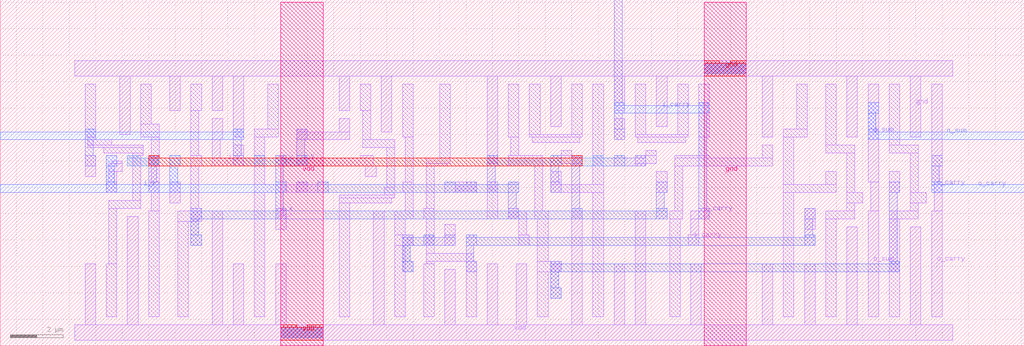
<source format=lef>
VERSION 5.3 ;
   NAMESCASESENSITIVE ON ;
   NOWIREEXTENSIONATPIN ON ;
   DIVIDERCHAR "/" ;
   BUSBITCHARS "[]" ;
UNITS
   DATABASE MICRONS 1000 ;
END UNITS

MACRO full_adder
   CLASS BLOCK ;
   FOREIGN full_adder ;
   ORIGIN 2.6000 -0.0000 ;
   SIZE 38.7000 BY 13.1000 ;
   PIN vdd
      PORT
         LAYER metal1 ;
	    RECT 0.6000 0.8000 1.0000 3.1000 ;
	    RECT 2.2000 0.8000 2.6000 4.9000 ;
	    RECT 5.4000 0.8000 5.8000 5.1000 ;
	    RECT 6.2000 0.8000 6.6000 3.1000 ;
	    RECT 7.8000 0.8000 8.2000 3.1000 ;
	    RECT 11.5000 0.8000 11.9000 5.1000 ;
	    RECT 14.2000 0.8000 14.6000 2.9000 ;
	    RECT 15.8000 0.8000 16.2000 3.1000 ;
	    RECT 16.9000 0.8000 17.3000 3.1000 ;
	    RECT 19.0000 0.8000 19.4000 5.1000 ;
	    RECT 20.6000 0.8000 21.0000 3.1000 ;
	    RECT 21.4000 0.8000 21.8000 5.1000 ;
	    RECT 23.5000 0.8000 23.9000 3.1000 ;
	    RECT 26.2000 0.8000 26.6000 3.1000 ;
	    RECT 27.8000 0.8000 28.2000 3.1000 ;
	    RECT 29.4000 0.8000 29.8000 4.5000 ;
	    RECT 31.8000 0.8000 32.2000 4.5000 ;
	    RECT 0.2000 0.2000 33.4000 0.8000 ;
         LAYER metal2 ;
	    RECT 8.0000 0.3000 9.6000 0.7000 ;
         LAYER metal3 ;
	    RECT 8.0000 0.3000 9.6000 0.7000 ;
         LAYER metal4 ;
	    RECT 8.0000 0.3000 9.6000 0.7000 ;
         LAYER metal5 ;
	    RECT 8.0000 0.7000 8.6000 0.8000 ;
	    RECT 9.0000 0.7000 9.6000 0.8000 ;
	    RECT 8.0000 0.2000 9.6000 0.7000 ;
         LAYER metal6 ;
	    RECT 8.0000 0.0000 9.6000 13.0000 ;
      END
   END vdd
   PIN gnd
      PORT
         LAYER metal1 ;
	    RECT 0.2000 10.2000 33.4000 10.8000 ;
	    RECT 1.9000 8.0000 2.3000 10.2000 ;
	    RECT 3.8000 8.9000 4.2000 10.2000 ;
	    RECT 5.4000 8.9000 5.8000 10.2000 ;
	    RECT 6.2000 7.9000 6.6000 10.2000 ;
	    RECT 10.2000 8.9000 10.6000 10.2000 ;
	    RECT 11.8000 8.1000 12.2000 10.2000 ;
	    RECT 15.8000 6.9000 16.2000 10.2000 ;
	    RECT 18.2000 8.3000 18.6000 10.2000 ;
	    RECT 20.6000 8.9000 21.0000 10.2000 ;
	    RECT 22.2000 8.3000 22.6000 10.2000 ;
	    RECT 26.2000 7.9000 26.6000 10.2000 ;
	    RECT 29.4000 7.9000 29.8000 10.2000 ;
	    RECT 31.8000 7.9000 32.2000 10.2000 ;
         LAYER metal2 ;
	    RECT 24.0000 10.3000 25.6000 10.7000 ;
         LAYER metal3 ;
	    RECT 24.0000 10.3000 25.6000 10.7000 ;
         LAYER metal4 ;
	    RECT 24.0000 10.3000 25.6000 10.7000 ;
         LAYER metal5 ;
	    RECT 24.0000 10.7000 24.6000 10.8000 ;
	    RECT 25.0000 10.7000 25.6000 10.8000 ;
	    RECT 24.0000 10.2000 25.6000 10.7000 ;
         LAYER metal6 ;
	    RECT 24.0000 0.0000 25.6000 13.0000 ;
      END
   END gnd
   PIN i_x
      PORT
         LAYER metal1 ;
	    RECT 7.8000 7.1000 8.2000 7.2000 ;
	    RECT 11.0000 7.1000 11.5000 7.2000 ;
	    RECT 1.6000 6.9000 2.0000 7.0000 ;
	    RECT 1.5000 6.6000 2.0000 6.9000 ;
	    RECT 7.8000 6.8000 11.5000 7.1000 ;
	    RECT 1.5000 6.2000 1.8000 6.6000 ;
	    RECT 11.2000 6.4000 11.6000 6.8000 ;
	    RECT 1.4000 5.8000 1.8000 6.2000 ;
	    RECT 3.8000 5.4000 4.2000 6.2000 ;
	    RECT 7.8000 4.4000 8.2000 5.2000 ;
         LAYER metal2 ;
	    RECT 1.4000 6.8000 1.8000 7.2000 ;
	    RECT 3.8000 6.8000 4.2000 7.2000 ;
	    RECT 7.8000 6.8000 8.2000 7.2000 ;
	    RECT 1.4000 6.2000 1.7000 6.8000 ;
	    RECT 3.8000 6.2000 4.1000 6.8000 ;
	    RECT 7.8000 6.2000 8.1000 6.8000 ;
	    RECT 1.4000 5.8000 1.8000 6.2000 ;
	    RECT 3.8000 5.8000 4.2000 6.2000 ;
	    RECT 7.8000 5.8000 8.2000 6.2000 ;
	    RECT 7.8000 5.2000 8.1000 5.8000 ;
	    RECT 7.8000 4.8000 8.2000 5.2000 ;
         LAYER metal3 ;
	    RECT 1.4000 6.8000 1.8000 7.2000 ;
	    RECT 3.8000 6.8000 4.2000 7.2000 ;
	    RECT 1.4000 6.1000 1.7000 6.8000 ;
	    RECT 3.8000 6.1000 4.1000 6.8000 ;
	    RECT 7.8000 6.1000 8.2000 6.2000 ;
	    RECT -2.6000 5.8000 8.2000 6.1000 ;
      END
   END i_x
   PIN i_y
      PORT
         LAYER metal1 ;
	    RECT 5.4000 7.8000 5.8000 8.6000 ;
	    RECT 8.6000 8.1000 9.0000 8.2000 ;
	    RECT 10.2000 8.1000 10.6000 8.6000 ;
	    RECT 8.6000 7.8000 10.6000 8.1000 ;
	    RECT 0.6000 6.4000 1.0000 7.2000 ;
	    RECT 5.4000 7.1000 5.7000 7.8000 ;
	    RECT 6.2000 7.1000 6.6000 7.6000 ;
	    RECT 5.4000 6.8000 6.6000 7.1000 ;
         LAYER metal2 ;
	    RECT 0.6000 7.8000 1.0000 8.2000 ;
	    RECT 6.2000 7.8000 6.6000 8.2000 ;
	    RECT 8.6000 7.8000 9.0000 8.2000 ;
	    RECT 0.6000 7.2000 0.9000 7.8000 ;
	    RECT 6.2000 7.2000 6.5000 7.8000 ;
	    RECT 8.6000 7.2000 8.9000 7.8000 ;
	    RECT 0.6000 6.8000 1.0000 7.2000 ;
	    RECT 6.2000 7.1000 6.6000 7.2000 ;
	    RECT 7.0000 7.1000 7.4000 7.2000 ;
	    RECT 6.2000 6.8000 7.4000 7.1000 ;
	    RECT 8.6000 6.8000 9.0000 7.2000 ;
         LAYER metal3 ;
	    RECT 0.6000 8.1000 1.0000 8.2000 ;
	    RECT 6.2000 8.1000 6.6000 8.2000 ;
	    RECT -2.6000 7.8000 6.6000 8.1000 ;
	    RECT 7.0000 7.1000 7.4000 7.2000 ;
	    RECT 8.6000 7.1000 9.0000 7.2000 ;
	    RECT 7.0000 6.8000 9.0000 7.1000 ;
      END
   END i_y
   PIN i_carry
      PORT
         LAYER metal1 ;
	    RECT 20.6000 7.8000 21.0000 8.6000 ;
	    RECT 23.8000 5.1000 24.2000 5.2000 ;
	    RECT 23.5000 4.8000 24.2000 5.1000 ;
	    RECT 23.5000 4.2000 23.8000 4.8000 ;
	    RECT 23.4000 3.8000 23.8000 4.2000 ;
         LAYER metal2 ;
	    RECT 20.6000 9.2000 20.9000 13.1000 ;
	    RECT 20.6000 8.8000 21.0000 9.2000 ;
	    RECT 23.8000 8.8000 24.2000 9.2000 ;
	    RECT 20.6000 8.2000 20.9000 8.8000 ;
	    RECT 20.6000 7.8000 21.0000 8.2000 ;
	    RECT 23.8000 5.2000 24.1000 8.8000 ;
	    RECT 23.8000 4.8000 24.2000 5.2000 ;
         LAYER metal3 ;
	    RECT 20.6000 9.1000 21.0000 9.2000 ;
	    RECT 23.8000 9.1000 24.2000 9.2000 ;
	    RECT 20.6000 8.8000 24.2000 9.1000 ;
      END
   END i_carry
   PIN o_sum
      PORT
         LAYER metal1 ;
	    RECT 30.2000 6.2000 30.6000 9.9000 ;
	    RECT 30.3000 5.1000 30.6000 6.2000 ;
	    RECT 30.2000 1.1000 30.6000 5.1000 ;
         LAYER metal2 ;
	    RECT 30.2000 8.8000 30.6000 9.2000 ;
	    RECT 30.2000 8.2000 30.5000 8.8000 ;
	    RECT 30.2000 7.8000 30.6000 8.2000 ;
         LAYER metal3 ;
	    RECT 30.2000 8.8000 30.6000 9.2000 ;
	    RECT 30.2000 8.1000 30.5000 8.8000 ;
	    RECT 30.2000 7.8000 36.1000 8.1000 ;
      END
   END o_sum
   PIN o_carry
      PORT
         LAYER metal1 ;
	    RECT 32.6000 6.2000 33.0000 9.9000 ;
	    RECT 32.7000 5.1000 33.0000 6.2000 ;
	    RECT 32.6000 1.1000 33.0000 5.1000 ;
         LAYER metal2 ;
	    RECT 32.6000 6.8000 33.0000 7.2000 ;
	    RECT 32.6000 6.2000 32.9000 6.8000 ;
	    RECT 32.6000 5.8000 33.0000 6.2000 ;
         LAYER metal3 ;
	    RECT 32.6000 6.1000 33.0000 6.2000 ;
	    RECT 32.6000 5.8000 36.1000 6.1000 ;
      END
   END o_carry
   OBS
         LAYER metal1 ;
	    RECT 0.6000 7.9000 1.0000 9.9000 ;
	    RECT 2.7000 8.4000 3.1000 9.9000 ;
	    RECT 4.6000 8.9000 5.0000 9.9000 ;
	    RECT 2.7000 7.9000 3.4000 8.4000 ;
	    RECT 0.7000 7.8000 1.0000 7.9000 ;
	    RECT 0.7000 7.6000 1.6000 7.8000 ;
	    RECT 0.7000 7.5000 2.8000 7.6000 ;
	    RECT 1.3000 7.3000 2.8000 7.5000 ;
	    RECT 2.4000 7.2000 2.8000 7.3000 ;
	    RECT 2.4000 5.5000 2.7000 7.2000 ;
	    RECT 3.1000 6.2000 3.4000 7.9000 ;
	    RECT 3.0000 5.8000 3.4000 6.2000 ;
	    RECT 1.5000 5.2000 2.7000 5.5000 ;
	    RECT 1.5000 3.1000 1.8000 5.2000 ;
	    RECT 3.1000 5.1000 3.4000 5.8000 ;
	    RECT 4.6000 7.2000 4.9000 8.9000 ;
	    RECT 7.5000 8.2000 7.9000 9.9000 ;
	    RECT 11.0000 8.9000 11.4000 9.9000 ;
	    RECT 7.0000 7.9000 7.9000 8.2000 ;
	    RECT 4.6000 6.8000 5.0000 7.2000 ;
	    RECT 4.6000 5.2000 4.9000 6.8000 ;
	    RECT 7.0000 6.1000 7.4000 7.9000 ;
	    RECT 11.1000 7.8000 11.4000 8.9000 ;
	    RECT 12.6000 7.9000 13.0000 9.9000 ;
	    RECT 11.1000 7.5000 12.3000 7.8000 ;
	    RECT 8.6000 6.1000 9.0000 6.2000 ;
	    RECT 7.0000 5.8000 9.0000 6.1000 ;
	    RECT 12.0000 6.0000 12.3000 7.5000 ;
	    RECT 12.7000 6.2000 13.0000 7.9000 ;
	    RECT 14.0000 7.1000 14.4000 9.9000 ;
	    RECT 16.6000 7.9000 17.0000 9.9000 ;
	    RECT 17.4000 8.0000 17.8000 9.9000 ;
	    RECT 19.0000 8.0000 19.4000 9.9000 ;
	    RECT 17.4000 7.9000 19.4000 8.0000 ;
	    RECT 16.7000 7.2000 17.0000 7.9000 ;
	    RECT 17.5000 7.7000 19.3000 7.9000 ;
	    RECT 18.6000 7.2000 19.0000 7.4000 ;
	    RECT 4.6000 5.1000 5.0000 5.2000 ;
	    RECT 1.4000 1.1000 1.8000 3.1000 ;
	    RECT 3.0000 1.1000 3.4000 5.1000 ;
	    RECT 4.1000 4.7000 5.0000 5.1000 ;
	    RECT 4.1000 1.1000 4.5000 4.7000 ;
	    RECT 7.0000 1.1000 7.4000 5.8000 ;
	    RECT 11.9000 5.7000 12.3000 6.0000 ;
	    RECT 12.6000 5.8000 13.0000 6.2000 ;
	    RECT 10.2000 5.6000 12.3000 5.7000 ;
	    RECT 10.2000 5.4000 12.2000 5.6000 ;
	    RECT 10.2000 1.1000 10.6000 5.4000 ;
	    RECT 12.7000 5.1000 13.0000 5.8000 ;
	    RECT 13.5000 6.9000 14.4000 7.1000 ;
	    RECT 13.5000 6.8000 14.3000 6.9000 ;
	    RECT 16.6000 6.8000 17.9000 7.2000 ;
	    RECT 18.6000 6.9000 19.4000 7.2000 ;
	    RECT 19.0000 6.8000 19.4000 6.9000 ;
	    RECT 13.5000 5.2000 13.8000 6.8000 ;
	    RECT 14.6000 5.8000 15.4000 6.2000 ;
	    RECT 12.3000 4.8000 13.0000 5.1000 ;
	    RECT 13.4000 4.8000 13.8000 5.2000 ;
	    RECT 15.8000 4.8000 16.2000 6.2000 ;
	    RECT 16.6000 5.1000 17.0000 5.2000 ;
	    RECT 17.6000 5.1000 17.9000 6.8000 ;
	    RECT 18.2000 6.1000 18.6000 6.6000 ;
	    RECT 19.8000 6.1000 20.2000 9.9000 ;
	    RECT 21.4000 8.0000 21.8000 9.9000 ;
	    RECT 23.0000 8.0000 23.4000 9.9000 ;
	    RECT 21.4000 7.9000 23.4000 8.0000 ;
	    RECT 23.8000 7.9000 24.2000 9.9000 ;
	    RECT 27.5000 8.2000 27.9000 9.9000 ;
	    RECT 27.0000 7.9000 27.9000 8.2000 ;
	    RECT 21.5000 7.7000 23.3000 7.9000 ;
	    RECT 21.8000 7.2000 22.2000 7.4000 ;
	    RECT 23.8000 7.2000 24.1000 7.9000 ;
	    RECT 21.4000 6.9000 22.2000 7.2000 ;
	    RECT 22.9000 7.1000 24.2000 7.2000 ;
	    RECT 26.2000 7.1000 26.6000 7.6000 ;
	    RECT 21.4000 6.8000 21.8000 6.9000 ;
	    RECT 22.9000 6.8000 26.6000 7.1000 ;
	    RECT 18.2000 5.8000 20.2000 6.1000 ;
	    RECT 22.2000 5.8000 22.6000 6.6000 ;
	    RECT 16.6000 4.8000 17.3000 5.1000 ;
	    RECT 17.6000 4.8000 18.1000 5.1000 ;
	    RECT 12.3000 4.2000 12.7000 4.8000 ;
	    RECT 12.3000 3.8000 13.0000 4.2000 ;
	    RECT 12.3000 1.1000 12.7000 3.8000 ;
	    RECT 13.5000 3.5000 13.8000 4.8000 ;
	    RECT 14.2000 3.8000 14.6000 4.6000 ;
	    RECT 17.0000 4.2000 17.3000 4.8000 ;
	    RECT 17.0000 3.8000 17.4000 4.2000 ;
	    RECT 13.5000 3.2000 15.3000 3.5000 ;
	    RECT 17.7000 3.2000 18.1000 4.8000 ;
	    RECT 13.5000 3.1000 13.8000 3.2000 ;
	    RECT 13.4000 1.1000 13.8000 3.1000 ;
	    RECT 15.0000 1.1000 15.4000 3.2000 ;
	    RECT 17.7000 2.8000 18.6000 3.2000 ;
	    RECT 17.7000 1.1000 18.1000 2.8000 ;
	    RECT 19.8000 1.1000 20.2000 5.8000 ;
	    RECT 22.9000 5.1000 23.2000 6.8000 ;
	    RECT 22.7000 4.8000 23.2000 5.1000 ;
	    RECT 27.0000 6.1000 27.4000 7.9000 ;
	    RECT 28.6000 7.6000 29.0000 9.9000 ;
	    RECT 31.0000 7.6000 31.4000 9.9000 ;
	    RECT 28.6000 7.3000 29.7000 7.6000 ;
	    RECT 31.0000 7.3000 32.1000 7.6000 ;
	    RECT 28.6000 6.1000 29.0000 6.6000 ;
	    RECT 27.0000 5.8000 29.0000 6.1000 ;
	    RECT 29.4000 5.8000 29.7000 7.3000 ;
	    RECT 31.0000 5.8000 31.4000 6.6000 ;
	    RECT 31.8000 5.8000 32.1000 7.3000 ;
	    RECT 22.7000 1.1000 23.1000 4.8000 ;
	    RECT 27.0000 1.1000 27.4000 5.8000 ;
	    RECT 29.4000 5.4000 30.0000 5.8000 ;
	    RECT 31.8000 5.4000 32.4000 5.8000 ;
	    RECT 27.8000 4.4000 28.2000 5.2000 ;
	    RECT 29.4000 5.1000 29.7000 5.4000 ;
	    RECT 31.8000 5.1000 32.1000 5.4000 ;
	    RECT 28.6000 4.8000 29.7000 5.1000 ;
	    RECT 31.0000 4.8000 32.1000 5.1000 ;
	    RECT 28.6000 1.1000 29.0000 4.8000 ;
	    RECT 31.0000 1.1000 31.4000 4.8000 ;
         LAYER metal2 ;
	    RECT 3.0000 6.8000 3.4000 7.2000 ;
	    RECT 15.8000 6.8000 16.2000 7.2000 ;
	    RECT 18.2000 6.8000 18.6000 7.2000 ;
	    RECT 19.0000 6.8000 19.4000 7.2000 ;
	    RECT 20.6000 7.1000 21.0000 7.2000 ;
	    RECT 21.4000 7.1000 21.8000 7.2000 ;
	    RECT 20.6000 6.8000 21.8000 7.1000 ;
	    RECT 3.0000 6.2000 3.3000 6.8000 ;
	    RECT 15.8000 6.2000 16.1000 6.8000 ;
	    RECT 18.2000 6.2000 18.5000 6.8000 ;
	    RECT 3.0000 5.8000 3.4000 6.2000 ;
	    RECT 8.6000 6.1000 9.0000 6.2000 ;
	    RECT 9.4000 6.1000 9.8000 6.2000 ;
	    RECT 8.6000 5.8000 9.8000 6.1000 ;
	    RECT 14.2000 6.1000 14.6000 6.2000 ;
	    RECT 15.0000 6.1000 15.4000 6.2000 ;
	    RECT 14.2000 5.8000 15.4000 6.1000 ;
	    RECT 15.8000 5.8000 16.2000 6.2000 ;
	    RECT 16.6000 5.8000 17.0000 6.2000 ;
	    RECT 18.2000 5.8000 18.6000 6.2000 ;
	    RECT 16.6000 5.2000 16.9000 5.8000 ;
	    RECT 19.0000 5.2000 19.3000 6.8000 ;
	    RECT 22.2000 5.8000 22.6000 6.2000 ;
	    RECT 31.0000 5.8000 31.4000 6.2000 ;
	    RECT 22.2000 5.2000 22.5000 5.8000 ;
	    RECT 4.6000 4.8000 5.0000 5.2000 ;
	    RECT 16.6000 4.8000 17.0000 5.2000 ;
	    RECT 19.0000 4.8000 19.4000 5.2000 ;
	    RECT 22.2000 4.8000 22.6000 5.2000 ;
	    RECT 27.8000 4.8000 28.2000 5.2000 ;
	    RECT 4.6000 4.2000 4.9000 4.8000 ;
	    RECT 27.8000 4.2000 28.1000 4.8000 ;
	    RECT 4.6000 3.8000 5.0000 4.2000 ;
	    RECT 12.6000 3.8000 13.0000 4.2000 ;
	    RECT 13.4000 4.1000 13.8000 4.2000 ;
	    RECT 14.2000 4.1000 14.6000 4.2000 ;
	    RECT 13.4000 3.8000 14.6000 4.1000 ;
	    RECT 15.0000 3.8000 15.4000 4.2000 ;
	    RECT 27.8000 3.8000 28.2000 4.2000 ;
	    RECT 12.6000 3.2000 12.9000 3.8000 ;
	    RECT 15.0000 3.2000 15.3000 3.8000 ;
	    RECT 31.0000 3.2000 31.3000 5.8000 ;
	    RECT 12.6000 2.8000 13.0000 3.2000 ;
	    RECT 15.0000 2.8000 15.4000 3.2000 ;
	    RECT 18.2000 2.8000 18.6000 3.2000 ;
	    RECT 31.0000 2.8000 31.4000 3.2000 ;
	    RECT 18.2000 2.2000 18.5000 2.8000 ;
	    RECT 18.2000 1.8000 18.6000 2.2000 ;
         LAYER metal3 ;
	    RECT 2.2000 7.1000 2.6000 7.2000 ;
	    RECT 3.0000 7.1000 3.4000 7.2000 ;
	    RECT 2.2000 6.8000 3.4000 7.1000 ;
	    RECT 15.8000 7.1000 16.2000 7.2000 ;
	    RECT 18.2000 7.1000 18.6000 7.2000 ;
	    RECT 15.8000 6.8000 18.6000 7.1000 ;
	    RECT 19.8000 7.1000 20.2000 7.2000 ;
	    RECT 20.6000 7.1000 21.0000 7.2000 ;
	    RECT 19.8000 6.8000 21.0000 7.1000 ;
	    RECT 9.4000 6.1000 9.8000 6.2000 ;
	    RECT 14.2000 6.1000 14.6000 6.2000 ;
	    RECT 16.6000 6.1000 17.0000 6.2000 ;
	    RECT 9.4000 5.8000 17.0000 6.1000 ;
	    RECT 19.0000 5.1000 19.4000 5.2000 ;
	    RECT 22.2000 5.1000 22.6000 5.2000 ;
	    RECT 4.6000 4.8000 22.6000 5.1000 ;
	    RECT 4.6000 4.2000 4.9000 4.8000 ;
	    RECT 4.6000 3.8000 5.0000 4.2000 ;
	    RECT 13.4000 4.1000 13.8000 4.2000 ;
	    RECT 12.6000 3.8000 13.8000 4.1000 ;
	    RECT 15.0000 4.1000 15.4000 4.2000 ;
	    RECT 27.8000 4.1000 28.2000 4.2000 ;
	    RECT 15.0000 3.8000 28.2000 4.1000 ;
	    RECT 12.6000 3.2000 12.9000 3.8000 ;
	    RECT 12.6000 2.8000 13.0000 3.2000 ;
	    RECT 31.0000 3.1000 31.4000 3.2000 ;
	    RECT 18.2000 2.8000 31.4000 3.1000 ;
	    RECT 18.2000 2.2000 18.5000 2.8000 ;
	    RECT 18.2000 1.8000 18.6000 2.2000 ;
         LAYER metal4 ;
	    RECT 2.2000 7.1000 2.6000 7.2000 ;
	    RECT 3.0000 7.1000 3.4000 7.2000 ;
	    RECT 2.2000 6.8000 3.4000 7.1000 ;
	    RECT 19.0000 7.1000 19.4000 7.2000 ;
	    RECT 19.8000 7.1000 20.2000 7.2000 ;
	    RECT 19.0000 6.8000 20.2000 7.1000 ;
         LAYER metal5 ;
	    RECT 3.0000 7.1000 3.4000 7.2000 ;
	    RECT 19.0000 7.1000 19.4000 7.2000 ;
	    RECT 3.0000 6.8000 19.4000 7.1000 ;
   END
END full_adder

</source>
